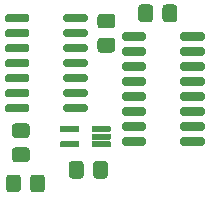
<source format=gbs>
G04 #@! TF.GenerationSoftware,KiCad,Pcbnew,(5.1.7)-1*
G04 #@! TF.CreationDate,2020-11-15T12:51:32-06:00*
G04 #@! TF.ProjectId,snesdecoder,736e6573-6465-4636-9f64-65722e6b6963,v01*
G04 #@! TF.SameCoordinates,Original*
G04 #@! TF.FileFunction,Soldermask,Bot*
G04 #@! TF.FilePolarity,Negative*
%FSLAX46Y46*%
G04 Gerber Fmt 4.6, Leading zero omitted, Abs format (unit mm)*
G04 Created by KiCad (PCBNEW (5.1.7)-1) date 2020-11-15 12:51:32*
%MOMM*%
%LPD*%
G01*
G04 APERTURE LIST*
G04 APERTURE END LIST*
G36*
G01*
X162538800Y-87796000D02*
X162538800Y-88196000D01*
G75*
G02*
X162488000Y-88246800I-50800J0D01*
G01*
X160988000Y-88246800D01*
G75*
G02*
X160937200Y-88196000I0J50800D01*
G01*
X160937200Y-87796000D01*
G75*
G02*
X160988000Y-87745200I50800J0D01*
G01*
X162488000Y-87745200D01*
G75*
G02*
X162538800Y-87796000I0J-50800D01*
G01*
G37*
G36*
G01*
X162538800Y-89096000D02*
X162538800Y-89496000D01*
G75*
G02*
X162488000Y-89546800I-50800J0D01*
G01*
X160988000Y-89546800D01*
G75*
G02*
X160937200Y-89496000I0J50800D01*
G01*
X160937200Y-89096000D01*
G75*
G02*
X160988000Y-89045200I50800J0D01*
G01*
X162488000Y-89045200D01*
G75*
G02*
X162538800Y-89096000I0J-50800D01*
G01*
G37*
G36*
G01*
X165198800Y-89096000D02*
X165198800Y-89496000D01*
G75*
G02*
X165148000Y-89546800I-50800J0D01*
G01*
X163648000Y-89546800D01*
G75*
G02*
X163597200Y-89496000I0J50800D01*
G01*
X163597200Y-89096000D01*
G75*
G02*
X163648000Y-89045200I50800J0D01*
G01*
X165148000Y-89045200D01*
G75*
G02*
X165198800Y-89096000I0J-50800D01*
G01*
G37*
G36*
G01*
X165198800Y-88446000D02*
X165198800Y-88846000D01*
G75*
G02*
X165148000Y-88896800I-50800J0D01*
G01*
X163648000Y-88896800D01*
G75*
G02*
X163597200Y-88846000I0J50800D01*
G01*
X163597200Y-88446000D01*
G75*
G02*
X163648000Y-88395200I50800J0D01*
G01*
X165148000Y-88395200D01*
G75*
G02*
X165198800Y-88446000I0J-50800D01*
G01*
G37*
G36*
G01*
X165198800Y-87796000D02*
X165198800Y-88196000D01*
G75*
G02*
X165148000Y-88246800I-50800J0D01*
G01*
X163648000Y-88246800D01*
G75*
G02*
X163597200Y-88196000I0J50800D01*
G01*
X163597200Y-87796000D01*
G75*
G02*
X163648000Y-87745200I50800J0D01*
G01*
X165148000Y-87745200D01*
G75*
G02*
X165198800Y-87796000I0J-50800D01*
G01*
G37*
G36*
G01*
X168222800Y-79979600D02*
X168222800Y-80330400D01*
G75*
G02*
X168047400Y-80505800I-175400J0D01*
G01*
X166346600Y-80505800D01*
G75*
G02*
X166171200Y-80330400I0J175400D01*
G01*
X166171200Y-79979600D01*
G75*
G02*
X166346600Y-79804200I175400J0D01*
G01*
X168047400Y-79804200D01*
G75*
G02*
X168222800Y-79979600I0J-175400D01*
G01*
G37*
G36*
G01*
X168222800Y-81249600D02*
X168222800Y-81600400D01*
G75*
G02*
X168047400Y-81775800I-175400J0D01*
G01*
X166346600Y-81775800D01*
G75*
G02*
X166171200Y-81600400I0J175400D01*
G01*
X166171200Y-81249600D01*
G75*
G02*
X166346600Y-81074200I175400J0D01*
G01*
X168047400Y-81074200D01*
G75*
G02*
X168222800Y-81249600I0J-175400D01*
G01*
G37*
G36*
G01*
X168222800Y-82519600D02*
X168222800Y-82870400D01*
G75*
G02*
X168047400Y-83045800I-175400J0D01*
G01*
X166346600Y-83045800D01*
G75*
G02*
X166171200Y-82870400I0J175400D01*
G01*
X166171200Y-82519600D01*
G75*
G02*
X166346600Y-82344200I175400J0D01*
G01*
X168047400Y-82344200D01*
G75*
G02*
X168222800Y-82519600I0J-175400D01*
G01*
G37*
G36*
G01*
X168222800Y-83789600D02*
X168222800Y-84140400D01*
G75*
G02*
X168047400Y-84315800I-175400J0D01*
G01*
X166346600Y-84315800D01*
G75*
G02*
X166171200Y-84140400I0J175400D01*
G01*
X166171200Y-83789600D01*
G75*
G02*
X166346600Y-83614200I175400J0D01*
G01*
X168047400Y-83614200D01*
G75*
G02*
X168222800Y-83789600I0J-175400D01*
G01*
G37*
G36*
G01*
X168222800Y-85059600D02*
X168222800Y-85410400D01*
G75*
G02*
X168047400Y-85585800I-175400J0D01*
G01*
X166346600Y-85585800D01*
G75*
G02*
X166171200Y-85410400I0J175400D01*
G01*
X166171200Y-85059600D01*
G75*
G02*
X166346600Y-84884200I175400J0D01*
G01*
X168047400Y-84884200D01*
G75*
G02*
X168222800Y-85059600I0J-175400D01*
G01*
G37*
G36*
G01*
X168222800Y-86329600D02*
X168222800Y-86680400D01*
G75*
G02*
X168047400Y-86855800I-175400J0D01*
G01*
X166346600Y-86855800D01*
G75*
G02*
X166171200Y-86680400I0J175400D01*
G01*
X166171200Y-86329600D01*
G75*
G02*
X166346600Y-86154200I175400J0D01*
G01*
X168047400Y-86154200D01*
G75*
G02*
X168222800Y-86329600I0J-175400D01*
G01*
G37*
G36*
G01*
X168222800Y-87599600D02*
X168222800Y-87950400D01*
G75*
G02*
X168047400Y-88125800I-175400J0D01*
G01*
X166346600Y-88125800D01*
G75*
G02*
X166171200Y-87950400I0J175400D01*
G01*
X166171200Y-87599600D01*
G75*
G02*
X166346600Y-87424200I175400J0D01*
G01*
X168047400Y-87424200D01*
G75*
G02*
X168222800Y-87599600I0J-175400D01*
G01*
G37*
G36*
G01*
X168222800Y-88869600D02*
X168222800Y-89220400D01*
G75*
G02*
X168047400Y-89395800I-175400J0D01*
G01*
X166346600Y-89395800D01*
G75*
G02*
X166171200Y-89220400I0J175400D01*
G01*
X166171200Y-88869600D01*
G75*
G02*
X166346600Y-88694200I175400J0D01*
G01*
X168047400Y-88694200D01*
G75*
G02*
X168222800Y-88869600I0J-175400D01*
G01*
G37*
G36*
G01*
X173172800Y-88869600D02*
X173172800Y-89220400D01*
G75*
G02*
X172997400Y-89395800I-175400J0D01*
G01*
X171296600Y-89395800D01*
G75*
G02*
X171121200Y-89220400I0J175400D01*
G01*
X171121200Y-88869600D01*
G75*
G02*
X171296600Y-88694200I175400J0D01*
G01*
X172997400Y-88694200D01*
G75*
G02*
X173172800Y-88869600I0J-175400D01*
G01*
G37*
G36*
G01*
X173172800Y-87599600D02*
X173172800Y-87950400D01*
G75*
G02*
X172997400Y-88125800I-175400J0D01*
G01*
X171296600Y-88125800D01*
G75*
G02*
X171121200Y-87950400I0J175400D01*
G01*
X171121200Y-87599600D01*
G75*
G02*
X171296600Y-87424200I175400J0D01*
G01*
X172997400Y-87424200D01*
G75*
G02*
X173172800Y-87599600I0J-175400D01*
G01*
G37*
G36*
G01*
X173172800Y-86329600D02*
X173172800Y-86680400D01*
G75*
G02*
X172997400Y-86855800I-175400J0D01*
G01*
X171296600Y-86855800D01*
G75*
G02*
X171121200Y-86680400I0J175400D01*
G01*
X171121200Y-86329600D01*
G75*
G02*
X171296600Y-86154200I175400J0D01*
G01*
X172997400Y-86154200D01*
G75*
G02*
X173172800Y-86329600I0J-175400D01*
G01*
G37*
G36*
G01*
X173172800Y-85059600D02*
X173172800Y-85410400D01*
G75*
G02*
X172997400Y-85585800I-175400J0D01*
G01*
X171296600Y-85585800D01*
G75*
G02*
X171121200Y-85410400I0J175400D01*
G01*
X171121200Y-85059600D01*
G75*
G02*
X171296600Y-84884200I175400J0D01*
G01*
X172997400Y-84884200D01*
G75*
G02*
X173172800Y-85059600I0J-175400D01*
G01*
G37*
G36*
G01*
X173172800Y-83789600D02*
X173172800Y-84140400D01*
G75*
G02*
X172997400Y-84315800I-175400J0D01*
G01*
X171296600Y-84315800D01*
G75*
G02*
X171121200Y-84140400I0J175400D01*
G01*
X171121200Y-83789600D01*
G75*
G02*
X171296600Y-83614200I175400J0D01*
G01*
X172997400Y-83614200D01*
G75*
G02*
X173172800Y-83789600I0J-175400D01*
G01*
G37*
G36*
G01*
X173172800Y-82519600D02*
X173172800Y-82870400D01*
G75*
G02*
X172997400Y-83045800I-175400J0D01*
G01*
X171296600Y-83045800D01*
G75*
G02*
X171121200Y-82870400I0J175400D01*
G01*
X171121200Y-82519600D01*
G75*
G02*
X171296600Y-82344200I175400J0D01*
G01*
X172997400Y-82344200D01*
G75*
G02*
X173172800Y-82519600I0J-175400D01*
G01*
G37*
G36*
G01*
X173172800Y-81249600D02*
X173172800Y-81600400D01*
G75*
G02*
X172997400Y-81775800I-175400J0D01*
G01*
X171296600Y-81775800D01*
G75*
G02*
X171121200Y-81600400I0J175400D01*
G01*
X171121200Y-81249600D01*
G75*
G02*
X171296600Y-81074200I175400J0D01*
G01*
X172997400Y-81074200D01*
G75*
G02*
X173172800Y-81249600I0J-175400D01*
G01*
G37*
G36*
G01*
X173172800Y-79979600D02*
X173172800Y-80330400D01*
G75*
G02*
X172997400Y-80505800I-175400J0D01*
G01*
X171296600Y-80505800D01*
G75*
G02*
X171121200Y-80330400I0J175400D01*
G01*
X171121200Y-79979600D01*
G75*
G02*
X171296600Y-79804200I175400J0D01*
G01*
X172997400Y-79804200D01*
G75*
G02*
X173172800Y-79979600I0J-175400D01*
G01*
G37*
G36*
G01*
X158316800Y-78437600D02*
X158316800Y-78788400D01*
G75*
G02*
X158141400Y-78963800I-175400J0D01*
G01*
X156440600Y-78963800D01*
G75*
G02*
X156265200Y-78788400I0J175400D01*
G01*
X156265200Y-78437600D01*
G75*
G02*
X156440600Y-78262200I175400J0D01*
G01*
X158141400Y-78262200D01*
G75*
G02*
X158316800Y-78437600I0J-175400D01*
G01*
G37*
G36*
G01*
X158316800Y-79707600D02*
X158316800Y-80058400D01*
G75*
G02*
X158141400Y-80233800I-175400J0D01*
G01*
X156440600Y-80233800D01*
G75*
G02*
X156265200Y-80058400I0J175400D01*
G01*
X156265200Y-79707600D01*
G75*
G02*
X156440600Y-79532200I175400J0D01*
G01*
X158141400Y-79532200D01*
G75*
G02*
X158316800Y-79707600I0J-175400D01*
G01*
G37*
G36*
G01*
X158316800Y-80977600D02*
X158316800Y-81328400D01*
G75*
G02*
X158141400Y-81503800I-175400J0D01*
G01*
X156440600Y-81503800D01*
G75*
G02*
X156265200Y-81328400I0J175400D01*
G01*
X156265200Y-80977600D01*
G75*
G02*
X156440600Y-80802200I175400J0D01*
G01*
X158141400Y-80802200D01*
G75*
G02*
X158316800Y-80977600I0J-175400D01*
G01*
G37*
G36*
G01*
X158316800Y-82247600D02*
X158316800Y-82598400D01*
G75*
G02*
X158141400Y-82773800I-175400J0D01*
G01*
X156440600Y-82773800D01*
G75*
G02*
X156265200Y-82598400I0J175400D01*
G01*
X156265200Y-82247600D01*
G75*
G02*
X156440600Y-82072200I175400J0D01*
G01*
X158141400Y-82072200D01*
G75*
G02*
X158316800Y-82247600I0J-175400D01*
G01*
G37*
G36*
G01*
X158316800Y-83517600D02*
X158316800Y-83868400D01*
G75*
G02*
X158141400Y-84043800I-175400J0D01*
G01*
X156440600Y-84043800D01*
G75*
G02*
X156265200Y-83868400I0J175400D01*
G01*
X156265200Y-83517600D01*
G75*
G02*
X156440600Y-83342200I175400J0D01*
G01*
X158141400Y-83342200D01*
G75*
G02*
X158316800Y-83517600I0J-175400D01*
G01*
G37*
G36*
G01*
X158316800Y-84787600D02*
X158316800Y-85138400D01*
G75*
G02*
X158141400Y-85313800I-175400J0D01*
G01*
X156440600Y-85313800D01*
G75*
G02*
X156265200Y-85138400I0J175400D01*
G01*
X156265200Y-84787600D01*
G75*
G02*
X156440600Y-84612200I175400J0D01*
G01*
X158141400Y-84612200D01*
G75*
G02*
X158316800Y-84787600I0J-175400D01*
G01*
G37*
G36*
G01*
X158316800Y-86057600D02*
X158316800Y-86408400D01*
G75*
G02*
X158141400Y-86583800I-175400J0D01*
G01*
X156440600Y-86583800D01*
G75*
G02*
X156265200Y-86408400I0J175400D01*
G01*
X156265200Y-86057600D01*
G75*
G02*
X156440600Y-85882200I175400J0D01*
G01*
X158141400Y-85882200D01*
G75*
G02*
X158316800Y-86057600I0J-175400D01*
G01*
G37*
G36*
G01*
X163266800Y-86057600D02*
X163266800Y-86408400D01*
G75*
G02*
X163091400Y-86583800I-175400J0D01*
G01*
X161390600Y-86583800D01*
G75*
G02*
X161215200Y-86408400I0J175400D01*
G01*
X161215200Y-86057600D01*
G75*
G02*
X161390600Y-85882200I175400J0D01*
G01*
X163091400Y-85882200D01*
G75*
G02*
X163266800Y-86057600I0J-175400D01*
G01*
G37*
G36*
G01*
X163266800Y-84787600D02*
X163266800Y-85138400D01*
G75*
G02*
X163091400Y-85313800I-175400J0D01*
G01*
X161390600Y-85313800D01*
G75*
G02*
X161215200Y-85138400I0J175400D01*
G01*
X161215200Y-84787600D01*
G75*
G02*
X161390600Y-84612200I175400J0D01*
G01*
X163091400Y-84612200D01*
G75*
G02*
X163266800Y-84787600I0J-175400D01*
G01*
G37*
G36*
G01*
X163266800Y-83517600D02*
X163266800Y-83868400D01*
G75*
G02*
X163091400Y-84043800I-175400J0D01*
G01*
X161390600Y-84043800D01*
G75*
G02*
X161215200Y-83868400I0J175400D01*
G01*
X161215200Y-83517600D01*
G75*
G02*
X161390600Y-83342200I175400J0D01*
G01*
X163091400Y-83342200D01*
G75*
G02*
X163266800Y-83517600I0J-175400D01*
G01*
G37*
G36*
G01*
X163266800Y-82247600D02*
X163266800Y-82598400D01*
G75*
G02*
X163091400Y-82773800I-175400J0D01*
G01*
X161390600Y-82773800D01*
G75*
G02*
X161215200Y-82598400I0J175400D01*
G01*
X161215200Y-82247600D01*
G75*
G02*
X161390600Y-82072200I175400J0D01*
G01*
X163091400Y-82072200D01*
G75*
G02*
X163266800Y-82247600I0J-175400D01*
G01*
G37*
G36*
G01*
X163266800Y-80977600D02*
X163266800Y-81328400D01*
G75*
G02*
X163091400Y-81503800I-175400J0D01*
G01*
X161390600Y-81503800D01*
G75*
G02*
X161215200Y-81328400I0J175400D01*
G01*
X161215200Y-80977600D01*
G75*
G02*
X161390600Y-80802200I175400J0D01*
G01*
X163091400Y-80802200D01*
G75*
G02*
X163266800Y-80977600I0J-175400D01*
G01*
G37*
G36*
G01*
X163266800Y-79707600D02*
X163266800Y-80058400D01*
G75*
G02*
X163091400Y-80233800I-175400J0D01*
G01*
X161390600Y-80233800D01*
G75*
G02*
X161215200Y-80058400I0J175400D01*
G01*
X161215200Y-79707600D01*
G75*
G02*
X161390600Y-79532200I175400J0D01*
G01*
X163091400Y-79532200D01*
G75*
G02*
X163266800Y-79707600I0J-175400D01*
G01*
G37*
G36*
G01*
X163266800Y-78437600D02*
X163266800Y-78788400D01*
G75*
G02*
X163091400Y-78963800I-175400J0D01*
G01*
X161390600Y-78963800D01*
G75*
G02*
X161215200Y-78788400I0J175400D01*
G01*
X161215200Y-78437600D01*
G75*
G02*
X161390600Y-78262200I175400J0D01*
G01*
X163091400Y-78262200D01*
G75*
G02*
X163266800Y-78437600I0J-175400D01*
G01*
G37*
G36*
G01*
X157600800Y-92121285D02*
X157600800Y-93078715D01*
G75*
G02*
X157328715Y-93350800I-272085J0D01*
G01*
X156621285Y-93350800D01*
G75*
G02*
X156349200Y-93078715I0J272085D01*
G01*
X156349200Y-92121285D01*
G75*
G02*
X156621285Y-91849200I272085J0D01*
G01*
X157328715Y-91849200D01*
G75*
G02*
X157600800Y-92121285I0J-272085D01*
G01*
G37*
G36*
G01*
X159650800Y-92121285D02*
X159650800Y-93078715D01*
G75*
G02*
X159378715Y-93350800I-272085J0D01*
G01*
X158671285Y-93350800D01*
G75*
G02*
X158399200Y-93078715I0J272085D01*
G01*
X158399200Y-92121285D01*
G75*
G02*
X158671285Y-91849200I272085J0D01*
G01*
X159378715Y-91849200D01*
G75*
G02*
X159650800Y-92121285I0J-272085D01*
G01*
G37*
G36*
G01*
X157128285Y-87503200D02*
X158085715Y-87503200D01*
G75*
G02*
X158357800Y-87775285I0J-272085D01*
G01*
X158357800Y-88482715D01*
G75*
G02*
X158085715Y-88754800I-272085J0D01*
G01*
X157128285Y-88754800D01*
G75*
G02*
X156856200Y-88482715I0J272085D01*
G01*
X156856200Y-87775285D01*
G75*
G02*
X157128285Y-87503200I272085J0D01*
G01*
G37*
G36*
G01*
X157128285Y-89553200D02*
X158085715Y-89553200D01*
G75*
G02*
X158357800Y-89825285I0J-272085D01*
G01*
X158357800Y-90532715D01*
G75*
G02*
X158085715Y-90804800I-272085J0D01*
G01*
X157128285Y-90804800D01*
G75*
G02*
X156856200Y-90532715I0J272085D01*
G01*
X156856200Y-89825285D01*
G75*
G02*
X157128285Y-89553200I272085J0D01*
G01*
G37*
G36*
G01*
X165324715Y-79474800D02*
X164367285Y-79474800D01*
G75*
G02*
X164095200Y-79202715I0J272085D01*
G01*
X164095200Y-78495285D01*
G75*
G02*
X164367285Y-78223200I272085J0D01*
G01*
X165324715Y-78223200D01*
G75*
G02*
X165596800Y-78495285I0J-272085D01*
G01*
X165596800Y-79202715D01*
G75*
G02*
X165324715Y-79474800I-272085J0D01*
G01*
G37*
G36*
G01*
X165324715Y-81524800D02*
X164367285Y-81524800D01*
G75*
G02*
X164095200Y-81252715I0J272085D01*
G01*
X164095200Y-80545285D01*
G75*
G02*
X164367285Y-80273200I272085J0D01*
G01*
X165324715Y-80273200D01*
G75*
G02*
X165596800Y-80545285I0J-272085D01*
G01*
X165596800Y-81252715D01*
G75*
G02*
X165324715Y-81524800I-272085J0D01*
G01*
G37*
G36*
G01*
X168800800Y-77721285D02*
X168800800Y-78678715D01*
G75*
G02*
X168528715Y-78950800I-272085J0D01*
G01*
X167821285Y-78950800D01*
G75*
G02*
X167549200Y-78678715I0J272085D01*
G01*
X167549200Y-77721285D01*
G75*
G02*
X167821285Y-77449200I272085J0D01*
G01*
X168528715Y-77449200D01*
G75*
G02*
X168800800Y-77721285I0J-272085D01*
G01*
G37*
G36*
G01*
X170850800Y-77721285D02*
X170850800Y-78678715D01*
G75*
G02*
X170578715Y-78950800I-272085J0D01*
G01*
X169871285Y-78950800D01*
G75*
G02*
X169599200Y-78678715I0J272085D01*
G01*
X169599200Y-77721285D01*
G75*
G02*
X169871285Y-77449200I272085J0D01*
G01*
X170578715Y-77449200D01*
G75*
G02*
X170850800Y-77721285I0J-272085D01*
G01*
G37*
G36*
G01*
X162922800Y-90961285D02*
X162922800Y-91918715D01*
G75*
G02*
X162650715Y-92190800I-272085J0D01*
G01*
X161943285Y-92190800D01*
G75*
G02*
X161671200Y-91918715I0J272085D01*
G01*
X161671200Y-90961285D01*
G75*
G02*
X161943285Y-90689200I272085J0D01*
G01*
X162650715Y-90689200D01*
G75*
G02*
X162922800Y-90961285I0J-272085D01*
G01*
G37*
G36*
G01*
X164972800Y-90961285D02*
X164972800Y-91918715D01*
G75*
G02*
X164700715Y-92190800I-272085J0D01*
G01*
X163993285Y-92190800D01*
G75*
G02*
X163721200Y-91918715I0J272085D01*
G01*
X163721200Y-90961285D01*
G75*
G02*
X163993285Y-90689200I272085J0D01*
G01*
X164700715Y-90689200D01*
G75*
G02*
X164972800Y-90961285I0J-272085D01*
G01*
G37*
M02*

</source>
